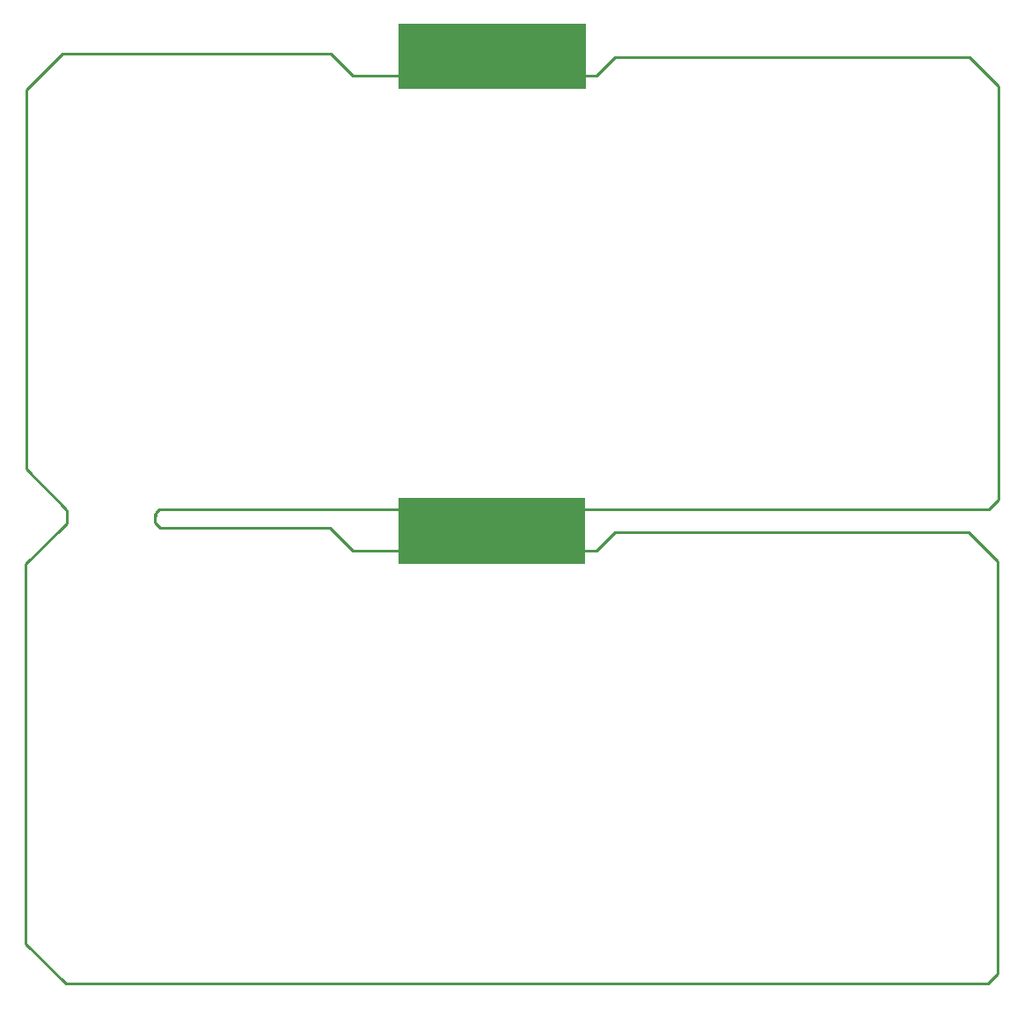
<source format=gko>
G04*
G04 #@! TF.GenerationSoftware,Altium Limited,Altium Designer,21.2.1 (34)*
G04*
G04 Layer_Color=16711935*
%FSTAX24Y24*%
%MOIN*%
G70*
G04*
G04 #@! TF.SameCoordinates,4836809B-9F31-4557-A587-2B421E0CA4AD*
G04*
G04*
G04 #@! TF.FilePolarity,Positive*
G04*
G01*
G75*
%ADD13C,0.0100*%
G36*
X03416Y044985D02*
X027074D01*
Y047465D01*
X03416D01*
Y044985D01*
D02*
G37*
G36*
X034176Y062965D02*
X02709D01*
Y065445D01*
X034176D01*
Y062965D01*
D02*
G37*
D13*
X012953Y044957D02*
X014331Y046335D01*
X012953Y030587D02*
Y044957D01*
X012968Y048567D02*
X014488Y047047D01*
X012968Y048567D02*
Y062937D01*
X014508Y046512D02*
Y047D01*
X017854Y046524D02*
Y04687D01*
Y046524D02*
X018043Y046335D01*
X024492D01*
X014331D02*
X014508Y046512D01*
X012953Y030587D02*
X014472Y029067D01*
X049421D01*
X049795Y029441D01*
Y045079D01*
X048689Y046185D02*
X049795Y045079D01*
X03528Y046185D02*
X048689D01*
X034575Y04548D02*
X03528Y046185D01*
X025346Y04548D02*
X034575D01*
X024492Y046335D02*
X025346Y04548D01*
X049811Y047421D02*
Y063059D01*
X049437Y047047D02*
X049811Y047421D01*
X024508Y064315D02*
X025362Y063461D01*
X034591D02*
X035295Y064165D01*
X048705D02*
X049811Y063059D01*
X018059Y064315D02*
X024508D01*
X012968Y062937D02*
X014346Y064315D01*
X025362Y063461D02*
X034591D01*
X035295Y064165D02*
X048705D01*
X014346Y064315D02*
X018059D01*
X017878Y046768D02*
Y046906D01*
X01802Y047047D01*
X049437D01*
M02*

</source>
